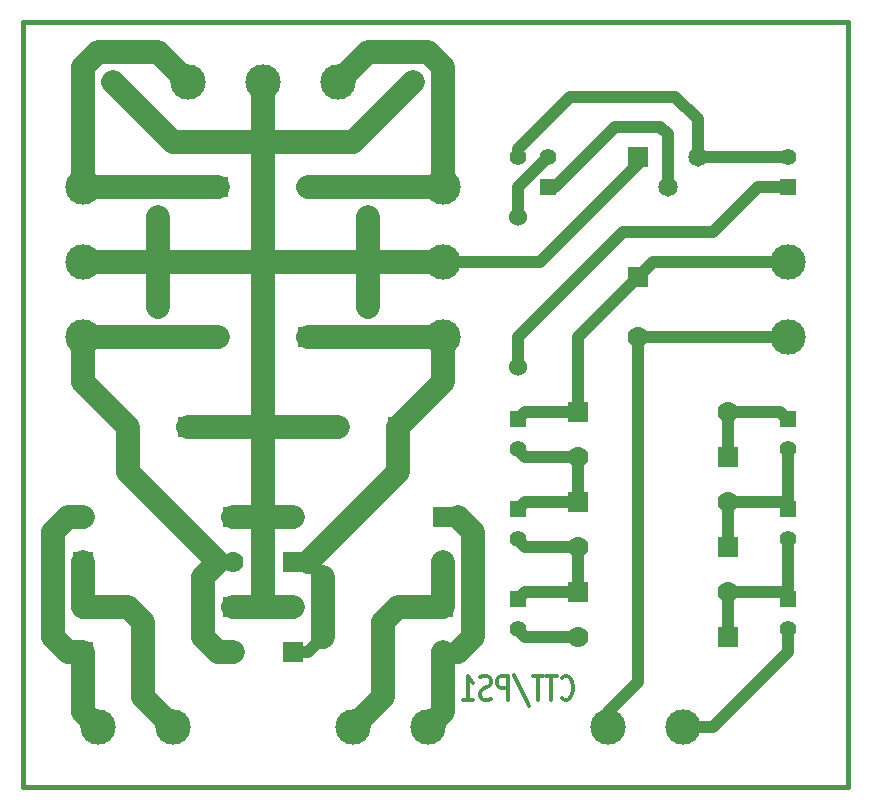
<source format=gbr>
G04 #@! TF.FileFunction,Copper,L2,Bot,Signal*
%FSLAX46Y46*%
G04 Gerber Fmt 4.6, Leading zero omitted, Abs format (unit mm)*
G04 Created by KiCad (PCBNEW 4.0.5+dfsg1-4+deb9u1) date Mon Sep 26 08:45:25 2022*
%MOMM*%
%LPD*%
G01*
G04 APERTURE LIST*
%ADD10C,0.100000*%
%ADD11C,0.304800*%
%ADD12C,0.381000*%
%ADD13C,2.999740*%
%ADD14C,1.397000*%
%ADD15R,1.397000X1.397000*%
%ADD16R,1.778000X1.778000*%
%ADD17C,1.778000*%
%ADD18C,1.524000*%
%ADD19C,1.651000*%
%ADD20R,1.651000X1.651000*%
%ADD21C,1.000760*%
%ADD22C,1.998980*%
G04 APERTURE END LIST*
D10*
D11*
X158006143Y-125820714D02*
X158078714Y-125917476D01*
X158296428Y-126014238D01*
X158441571Y-126014238D01*
X158659286Y-125917476D01*
X158804428Y-125723952D01*
X158877000Y-125530429D01*
X158949571Y-125143381D01*
X158949571Y-124853095D01*
X158877000Y-124466048D01*
X158804428Y-124272524D01*
X158659286Y-124079000D01*
X158441571Y-123982238D01*
X158296428Y-123982238D01*
X158078714Y-124079000D01*
X158006143Y-124175762D01*
X157570714Y-123982238D02*
X156699857Y-123982238D01*
X157135286Y-126014238D02*
X157135286Y-123982238D01*
X156409571Y-123982238D02*
X155538714Y-123982238D01*
X155974143Y-126014238D02*
X155974143Y-123982238D01*
X153942142Y-123885476D02*
X155248428Y-126498048D01*
X153434143Y-126014238D02*
X153434143Y-123982238D01*
X152853571Y-123982238D01*
X152708429Y-124079000D01*
X152635857Y-124175762D01*
X152563286Y-124369286D01*
X152563286Y-124659571D01*
X152635857Y-124853095D01*
X152708429Y-124949857D01*
X152853571Y-125046619D01*
X153434143Y-125046619D01*
X151982714Y-125917476D02*
X151765000Y-126014238D01*
X151402143Y-126014238D01*
X151257000Y-125917476D01*
X151184429Y-125820714D01*
X151111857Y-125627190D01*
X151111857Y-125433667D01*
X151184429Y-125240143D01*
X151257000Y-125143381D01*
X151402143Y-125046619D01*
X151692429Y-124949857D01*
X151837571Y-124853095D01*
X151910143Y-124756333D01*
X151982714Y-124562810D01*
X151982714Y-124369286D01*
X151910143Y-124175762D01*
X151837571Y-124079000D01*
X151692429Y-123982238D01*
X151329571Y-123982238D01*
X151111857Y-124079000D01*
X149660428Y-126014238D02*
X150531285Y-126014238D01*
X150095857Y-126014238D02*
X150095857Y-123982238D01*
X150241000Y-124272524D01*
X150386142Y-124466048D01*
X150531285Y-124562810D01*
D12*
X182245000Y-68580000D02*
X112395000Y-68580000D01*
X182245000Y-92710000D02*
X182245000Y-68580000D01*
X182245000Y-133350000D02*
X182245000Y-92710000D01*
X112395000Y-133350000D02*
X182245000Y-133350000D01*
X112395000Y-68580000D02*
X112395000Y-133350000D01*
D13*
X177165000Y-95250000D03*
X177165000Y-88900000D03*
X126365000Y-73660000D03*
X132715000Y-73660000D03*
X139065000Y-73660000D03*
X147955000Y-95250000D03*
X147955000Y-88900000D03*
X147955000Y-82550000D03*
X147955000Y-82550000D03*
X147955000Y-88900000D03*
X147955000Y-95250000D03*
X117475000Y-95250000D03*
X117475000Y-88900000D03*
X117475000Y-82550000D03*
X117475000Y-82550000D03*
X161925000Y-128270000D03*
X168275000Y-128270000D03*
X146685000Y-128270000D03*
X140335000Y-128270000D03*
X125095000Y-128270000D03*
X118745000Y-128270000D03*
X117475000Y-88900000D03*
X117475000Y-95250000D03*
D14*
X123825000Y-95250000D03*
X123825000Y-92710000D03*
X123825000Y-82550000D03*
X123825000Y-85090000D03*
X141605000Y-82550000D03*
X141605000Y-85090000D03*
X141605000Y-95250000D03*
X141605000Y-92710000D03*
D15*
X177165000Y-102235000D03*
D14*
X177165000Y-104775000D03*
D15*
X120015000Y-73660000D03*
D14*
X117475000Y-73660000D03*
D15*
X145415000Y-73660000D03*
D14*
X147955000Y-73660000D03*
D15*
X177165000Y-117475000D03*
D14*
X177165000Y-120015000D03*
D15*
X154305000Y-117475000D03*
D14*
X154305000Y-120015000D03*
D15*
X177165000Y-109855000D03*
D14*
X177165000Y-112395000D03*
D15*
X154305000Y-109855000D03*
D14*
X154305000Y-112395000D03*
D15*
X154305000Y-102235000D03*
D14*
X154305000Y-104775000D03*
D16*
X144145000Y-102870000D03*
D17*
X139065000Y-102870000D03*
D16*
X126365000Y-102870000D03*
D17*
X121285000Y-102870000D03*
X130175000Y-114300000D03*
D16*
X117475000Y-114300000D03*
D17*
X117475000Y-118110000D03*
D16*
X130175000Y-118110000D03*
D17*
X136525000Y-82550000D03*
D16*
X136525000Y-95250000D03*
D17*
X117475000Y-110490000D03*
D16*
X130175000Y-110490000D03*
D17*
X128905000Y-95250000D03*
D16*
X128905000Y-82550000D03*
D17*
X117475000Y-78740000D03*
D16*
X130175000Y-78740000D03*
D17*
X135255000Y-110490000D03*
D16*
X147955000Y-110490000D03*
D17*
X147955000Y-114300000D03*
D16*
X135255000Y-114300000D03*
D17*
X130175000Y-121920000D03*
D16*
X117475000Y-121920000D03*
D17*
X135255000Y-118110000D03*
D16*
X147955000Y-118110000D03*
D17*
X147955000Y-121920000D03*
D16*
X135255000Y-121920000D03*
D18*
X154305000Y-85090000D03*
X154305000Y-97790000D03*
D19*
X169545000Y-80010000D03*
X167005000Y-82550000D03*
D20*
X164465000Y-80010000D03*
D15*
X156845000Y-82550000D03*
D14*
X156845000Y-80010000D03*
X154305000Y-80010000D03*
D17*
X159385000Y-105410000D03*
D16*
X172085000Y-105410000D03*
D17*
X172085000Y-109220000D03*
D16*
X159385000Y-109220000D03*
D17*
X159385000Y-113030000D03*
D16*
X172085000Y-113030000D03*
D17*
X172085000Y-116840000D03*
D16*
X159385000Y-116840000D03*
D17*
X159385000Y-120650000D03*
D16*
X172085000Y-120650000D03*
D17*
X135255000Y-78740000D03*
D16*
X147955000Y-78740000D03*
D17*
X172085000Y-101600000D03*
D16*
X159385000Y-101600000D03*
X164465000Y-90170000D03*
D17*
X164465000Y-95250000D03*
D15*
X177165000Y-82550000D03*
D14*
X177165000Y-80010000D03*
D21*
X168275000Y-128270000D02*
X170815000Y-128270000D01*
X177165000Y-121920000D02*
X177165000Y-120015000D01*
X177165000Y-121920000D02*
X170815000Y-128270000D01*
D22*
X128905000Y-82550000D02*
X117475000Y-82550000D01*
X123825000Y-71120000D02*
X126365000Y-73660000D01*
X118745000Y-71120000D02*
X123825000Y-71120000D01*
X117475000Y-72390000D02*
X118745000Y-71120000D01*
X117475000Y-82550000D02*
X117475000Y-72390000D01*
D21*
X164465000Y-95250000D02*
X177165000Y-95250000D01*
X161925000Y-127000000D02*
X161925000Y-128270000D01*
X161925000Y-127000000D02*
X164465000Y-124460000D01*
X164465000Y-124460000D02*
X164465000Y-99060000D01*
X164465000Y-95250000D02*
X164465000Y-99060000D01*
X154305000Y-82550000D02*
X156845000Y-80010000D01*
X154305000Y-85090000D02*
X154305000Y-82550000D01*
D22*
X121285000Y-102870000D02*
X121285000Y-106680000D01*
X127635000Y-120650000D02*
X128905000Y-121920000D01*
X121285000Y-106680000D02*
X128905000Y-114300000D01*
X117475000Y-99060000D02*
X117475000Y-95250000D01*
X128905000Y-121920000D02*
X130175000Y-121920000D01*
X127635000Y-115570000D02*
X127635000Y-120650000D01*
X128905000Y-114300000D02*
X127635000Y-115570000D01*
D21*
X130175000Y-114300000D02*
X128905000Y-114300000D01*
D22*
X121285000Y-102870000D02*
X117475000Y-99060000D01*
X117475000Y-95250000D02*
X128905000Y-95250000D01*
X132715000Y-88900000D02*
X132715000Y-102870000D01*
X132715000Y-102870000D02*
X132715000Y-111125000D01*
X117475000Y-88900000D02*
X132715000Y-88900000D01*
X132715000Y-88900000D02*
X147955000Y-88900000D01*
X132715000Y-88900000D02*
X132715000Y-74930000D01*
X132715000Y-118110000D02*
X132715000Y-110490000D01*
X141605000Y-92710000D02*
X141605000Y-85090000D01*
X132715000Y-110490000D02*
X135255000Y-110490000D01*
X130175000Y-110490000D02*
X132715000Y-110490000D01*
X132715000Y-118110000D02*
X135255000Y-118110000D01*
X130175000Y-118110000D02*
X132715000Y-118110000D01*
X123825000Y-85090000D02*
X123825000Y-92710000D01*
X125095000Y-78740000D02*
X120015000Y-73660000D01*
X130175000Y-78740000D02*
X125095000Y-78740000D01*
X126365000Y-102870000D02*
X139065000Y-102870000D01*
D21*
X156210000Y-88900000D02*
X164465000Y-80645000D01*
X164465000Y-80645000D02*
X164465000Y-80010000D01*
X147955000Y-88900000D02*
X156210000Y-88900000D01*
D22*
X130175000Y-78740000D02*
X135255000Y-78740000D01*
X135255000Y-78740000D02*
X140335000Y-78740000D01*
X141605000Y-71120000D02*
X139065000Y-73660000D01*
X147955000Y-82550000D02*
X147955000Y-77470000D01*
X146685000Y-71120000D02*
X141605000Y-71120000D01*
X147955000Y-72390000D02*
X146685000Y-71120000D01*
X147955000Y-77470000D02*
X147955000Y-72390000D01*
X140335000Y-78740000D02*
X145415000Y-73660000D01*
X147955000Y-82550000D02*
X136525000Y-82550000D01*
X136525000Y-95250000D02*
X147955000Y-95250000D01*
D21*
X136525000Y-114300000D02*
X135255000Y-114300000D01*
D22*
X144145000Y-102870000D02*
X144145000Y-106680000D01*
X144145000Y-106680000D02*
X136525000Y-114300000D01*
D21*
X136525000Y-121920000D02*
X137795000Y-120650000D01*
D22*
X144145000Y-102870000D02*
X147955000Y-99060000D01*
D21*
X137795000Y-115570000D02*
X136525000Y-114300000D01*
D22*
X147955000Y-99060000D02*
X147955000Y-95250000D01*
X137795000Y-120650000D02*
X137795000Y-115570000D01*
D21*
X135255000Y-121920000D02*
X136525000Y-121920000D01*
X172085000Y-101600000D02*
X176530000Y-101600000D01*
X176530000Y-101600000D02*
X177165000Y-102235000D01*
X172085000Y-105410000D02*
X172085000Y-101600000D01*
X177165000Y-109220000D02*
X177165000Y-109855000D01*
X172085000Y-109220000D02*
X177165000Y-109220000D01*
X177165000Y-104775000D02*
X177165000Y-109855000D01*
X172085000Y-113030000D02*
X172085000Y-109220000D01*
X177165000Y-116840000D02*
X177165000Y-117475000D01*
X172085000Y-120650000D02*
X172085000Y-118745000D01*
X172085000Y-118745000D02*
X172085000Y-116840000D01*
X172085000Y-116840000D02*
X177165000Y-116840000D01*
X177165000Y-112395000D02*
X177165000Y-117475000D01*
X159385000Y-116840000D02*
X154940000Y-116840000D01*
X154940000Y-113030000D02*
X154305000Y-112395000D01*
X159385000Y-113030000D02*
X159385000Y-116840000D01*
X159385000Y-113030000D02*
X154940000Y-113030000D01*
X154940000Y-116840000D02*
X154305000Y-117475000D01*
X159385000Y-120650000D02*
X154940000Y-120650000D01*
X154940000Y-120650000D02*
X154305000Y-120015000D01*
X159385000Y-109220000D02*
X159385000Y-105410000D01*
X159385000Y-109220000D02*
X154940000Y-109220000D01*
X154940000Y-105410000D02*
X154305000Y-104775000D01*
X159385000Y-105410000D02*
X154940000Y-105410000D01*
X154940000Y-109220000D02*
X154305000Y-109855000D01*
X159385000Y-101600000D02*
X159385000Y-95250000D01*
X165735000Y-88900000D02*
X177165000Y-88900000D01*
X154940000Y-101600000D02*
X154305000Y-102235000D01*
X159385000Y-101600000D02*
X154940000Y-101600000D01*
X159385000Y-95250000D02*
X165735000Y-88900000D01*
D22*
X117475000Y-127000000D02*
X118745000Y-128270000D01*
X116205000Y-110490000D02*
X117475000Y-110490000D01*
X114935000Y-120650000D02*
X114935000Y-111760000D01*
X114935000Y-111760000D02*
X116205000Y-110490000D01*
X116205000Y-121920000D02*
X114935000Y-120650000D01*
X117475000Y-121920000D02*
X116205000Y-121920000D01*
X117475000Y-114300000D02*
X117475000Y-118110000D01*
X125095000Y-128270000D02*
X122555000Y-125730000D01*
X122555000Y-125730000D02*
X122555000Y-119380000D01*
X122555000Y-119380000D02*
X121285000Y-118110000D01*
X117475000Y-121920000D02*
X117475000Y-127000000D01*
X121285000Y-118110000D02*
X117475000Y-118110000D01*
X147955000Y-114300000D02*
X147955000Y-118110000D01*
X147955000Y-127000000D02*
X146685000Y-128270000D01*
X147955000Y-121920000D02*
X147955000Y-127000000D01*
X142875000Y-119380000D02*
X144145000Y-118110000D01*
X142875000Y-125730000D02*
X142875000Y-119380000D01*
X140335000Y-128270000D02*
X142875000Y-125730000D01*
D21*
X147955000Y-121920000D02*
X149225000Y-121920000D01*
D22*
X149225000Y-121920000D02*
X150495000Y-120650000D01*
X150495000Y-111760000D02*
X149225000Y-110490000D01*
X150495000Y-120650000D02*
X150495000Y-111760000D01*
X144145000Y-118110000D02*
X147955000Y-118110000D01*
D21*
X149225000Y-110490000D02*
X147955000Y-110490000D01*
X174625000Y-82550000D02*
X177165000Y-82550000D01*
X154305000Y-97790000D02*
X154305000Y-95250000D01*
X154305000Y-95250000D02*
X163195000Y-86360000D01*
X163195000Y-86360000D02*
X170815000Y-86360000D01*
X170815000Y-86360000D02*
X174625000Y-82550000D01*
X175260000Y-80010000D02*
X177165000Y-80010000D01*
X169545000Y-80010000D02*
X175260000Y-80010000D01*
X154305000Y-79375000D02*
X158750000Y-74930000D01*
X158750000Y-74930000D02*
X167640000Y-74930000D01*
X167640000Y-74930000D02*
X169545000Y-76835000D01*
X169545000Y-76835000D02*
X169545000Y-80010000D01*
X154305000Y-80010000D02*
X154305000Y-79375000D01*
X167005000Y-78105000D02*
X166370000Y-77470000D01*
X166370000Y-77470000D02*
X162560000Y-77470000D01*
X162560000Y-77470000D02*
X157480000Y-82550000D01*
X157480000Y-82550000D02*
X156845000Y-82550000D01*
X167005000Y-82550000D02*
X167005000Y-78105000D01*
M02*

</source>
